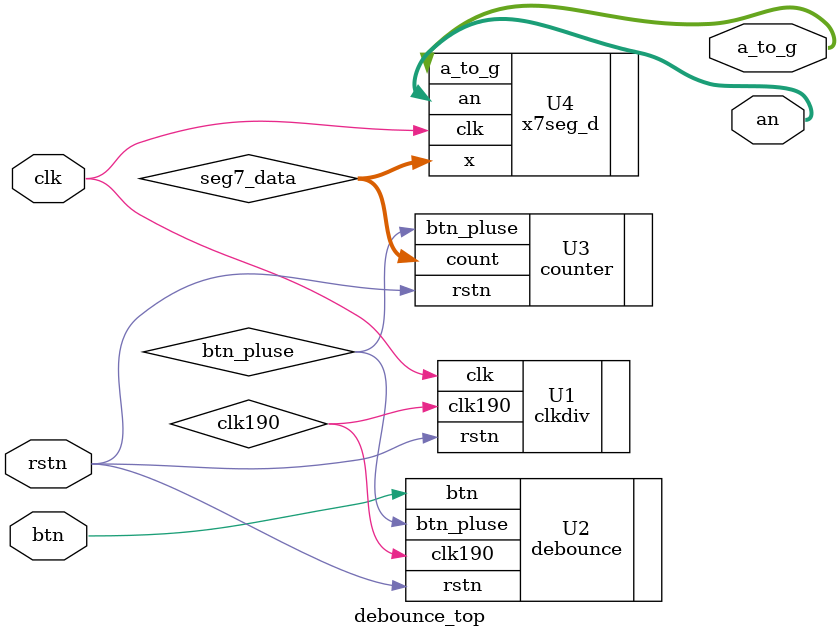
<source format=v>
`timescale 1ns / 1ps


module debounce_top(a_to_g, an, clk, rstn, btn
);

    input clk, rstn, btn;
    output [6:0] a_to_g;
    output [7:0] an;
    
    wire clk190, btn_pluse;
    wire [31:0] seg7_data;
    
    clkdiv U1(.clk190(clk190), .clk(clk), .rstn(rstn));
    debounce U2(.btn_pluse(btn_pluse), .clk190(clk190), .rstn(rstn), .btn(btn));
    counter U3(.count(seg7_data), .rstn(rstn), .btn_pluse(btn_pluse));
    x7seg_d U4(.a_to_g(a_to_g), .an(an), .clk(clk), .x(seg7_data));

endmodule

</source>
